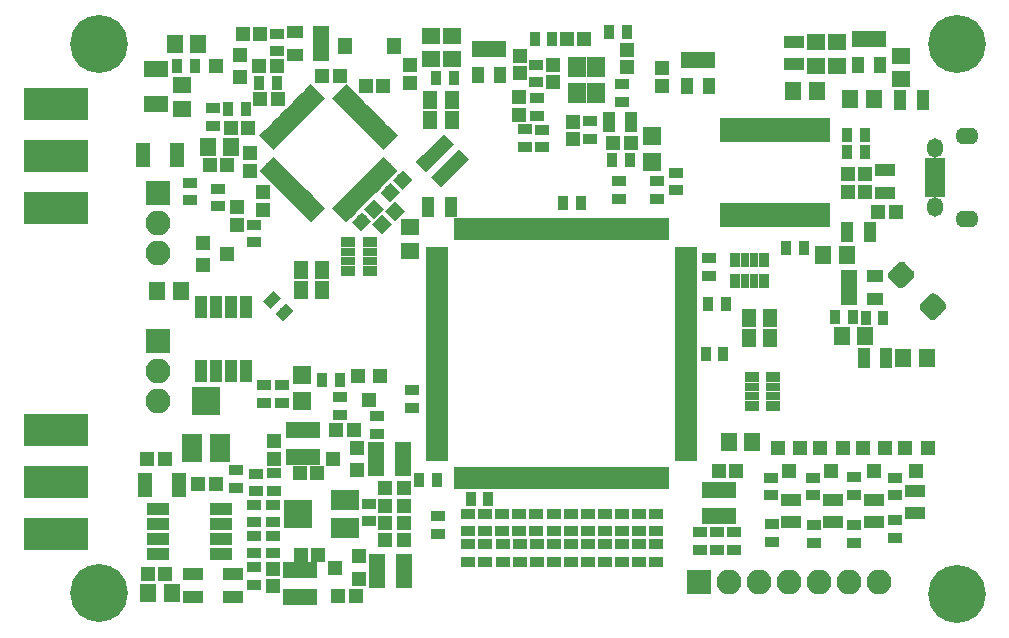
<source format=gbr>
G04 #@! TF.GenerationSoftware,KiCad,Pcbnew,(2018-01-18 revision 08b15a699)-makepkg*
G04 #@! TF.CreationDate,2018-01-23T16:45:18-05:00*
G04 #@! TF.ProjectId,osa103k,6F73613130336B2E6B696361645F7063,rev?*
G04 #@! TF.SameCoordinates,Original*
G04 #@! TF.FileFunction,Soldermask,Top*
G04 #@! TF.FilePolarity,Negative*
%FSLAX46Y46*%
G04 Gerber Fmt 4.6, Leading zero omitted, Abs format (unit mm)*
G04 Created by KiCad (PCBNEW (2018-01-18 revision 08b15a699)-makepkg) date 01/23/18 16:45:18*
%MOMM*%
%LPD*%
G01*
G04 APERTURE LIST*
%ADD10R,0.900000X1.300000*%
%ADD11C,4.900000*%
%ADD12C,0.900000*%
%ADD13C,0.100000*%
%ADD14R,1.150000X1.200000*%
%ADD15R,1.550000X1.800000*%
%ADD16R,1.850000X0.650000*%
%ADD17R,0.650000X1.850000*%
%ADD18R,1.000000X1.950000*%
%ADD19R,1.950000X1.000000*%
%ADD20R,1.400000X1.650000*%
%ADD21R,1.200000X1.300000*%
%ADD22R,1.650000X1.400000*%
%ADD23R,2.000000X1.400000*%
%ADD24R,1.200000X1.150000*%
%ADD25R,1.250000X1.400000*%
%ADD26C,1.150000*%
%ADD27R,1.300000X1.200000*%
%ADD28R,1.600000X1.600000*%
%ADD29R,5.480000X2.820000*%
%ADD30R,5.480000X2.690000*%
%ADD31R,2.100000X2.100000*%
%ADD32O,2.100000X2.100000*%
%ADD33O,1.950000X1.400000*%
%ADD34O,1.350000X1.650000*%
%ADD35R,1.750000X0.800000*%
%ADD36R,2.940000X1.421080*%
%ADD37R,1.421080X2.940000*%
%ADD38R,1.100000X1.700000*%
%ADD39R,1.700000X1.100000*%
%ADD40C,1.800000*%
%ADD41R,1.300000X2.100000*%
%ADD42R,1.300000X0.900000*%
%ADD43R,1.200000X0.900000*%
%ADD44R,1.200000X0.800000*%
%ADD45C,0.800000*%
%ADD46R,0.900000X1.200000*%
%ADD47R,0.800000X1.200000*%
%ADD48R,1.700000X2.400000*%
%ADD49R,2.400000X2.400000*%
%ADD50R,2.400000X1.700000*%
%ADD51C,0.650000*%
%ADD52R,1.460000X1.050000*%
%ADD53R,1.050000X1.460000*%
%ADD54R,0.850000X2.150000*%
G04 APERTURE END LIST*
D10*
X126850000Y-52680000D03*
X125350000Y-52680000D03*
D11*
X134590000Y-45020000D03*
X134590000Y-91570000D03*
X61990000Y-45020000D03*
D10*
X101270000Y-58500000D03*
X102770000Y-58500000D03*
D11*
X61990000Y-91520000D03*
D12*
X77680330Y-67730330D03*
D13*
G36*
X78458147Y-67588909D02*
X77538909Y-68508147D01*
X76902513Y-67871751D01*
X77821751Y-66952513D01*
X78458147Y-67588909D01*
X78458147Y-67588909D01*
G37*
D12*
X76619670Y-66669670D03*
D13*
G36*
X77397487Y-66528249D02*
X76478249Y-67447487D01*
X75841853Y-66811091D01*
X76761091Y-65891853D01*
X77397487Y-66528249D01*
X77397487Y-66528249D01*
G37*
D14*
X109650000Y-47050000D03*
X109650000Y-48550000D03*
D15*
X102475000Y-49200000D03*
X102475000Y-47000000D03*
X104075000Y-47000000D03*
X104075000Y-49200000D03*
D16*
X90600000Y-80000000D03*
X90600000Y-79500000D03*
X90600000Y-79000000D03*
X90600000Y-78500000D03*
X90600000Y-78000000D03*
X90600000Y-77500000D03*
X90600000Y-77000000D03*
X90600000Y-76500000D03*
X90600000Y-76000000D03*
X90600000Y-75500000D03*
X90600000Y-75000000D03*
X90600000Y-74500000D03*
X90600000Y-74000000D03*
X90600000Y-73500000D03*
X90600000Y-73000000D03*
X90600000Y-72500000D03*
X90600000Y-72000000D03*
X90600000Y-71500000D03*
X90600000Y-71000000D03*
X90600000Y-70500000D03*
X90600000Y-70000000D03*
X90600000Y-69500000D03*
X90600000Y-69000000D03*
X90600000Y-68500000D03*
X90600000Y-68000000D03*
X90600000Y-67500000D03*
X90600000Y-67000000D03*
X90600000Y-66500000D03*
X90600000Y-66000000D03*
X90600000Y-65500000D03*
X90600000Y-65000000D03*
X90600000Y-64500000D03*
X90600000Y-64000000D03*
X90600000Y-63500000D03*
X90600000Y-63000000D03*
X90600000Y-62500000D03*
D17*
X92400000Y-60700000D03*
X92900000Y-60700000D03*
X93400000Y-60700000D03*
X93900000Y-60700000D03*
X94400000Y-60700000D03*
X94900000Y-60700000D03*
X95400000Y-60700000D03*
X95900000Y-60700000D03*
X96400000Y-60700000D03*
X96900000Y-60700000D03*
X97400000Y-60700000D03*
X97900000Y-60700000D03*
X98400000Y-60700000D03*
X98900000Y-60700000D03*
X99400000Y-60700000D03*
X99900000Y-60700000D03*
X100400000Y-60700000D03*
X100900000Y-60700000D03*
X101400000Y-60700000D03*
X101900000Y-60700000D03*
X102400000Y-60700000D03*
X102900000Y-60700000D03*
X103400000Y-60700000D03*
X103900000Y-60700000D03*
X104400000Y-60700000D03*
X104900000Y-60700000D03*
X105400000Y-60700000D03*
X105900000Y-60700000D03*
X106400000Y-60700000D03*
X106900000Y-60700000D03*
X107400000Y-60700000D03*
X107900000Y-60700000D03*
X108400000Y-60700000D03*
X108900000Y-60700000D03*
X109400000Y-60700000D03*
X109900000Y-60700000D03*
D16*
X111700000Y-62500000D03*
X111700000Y-63000000D03*
X111700000Y-63500000D03*
X111700000Y-64000000D03*
X111700000Y-64500000D03*
X111700000Y-65000000D03*
X111700000Y-65500000D03*
X111700000Y-66000000D03*
X111700000Y-66500000D03*
X111700000Y-67000000D03*
X111700000Y-67500000D03*
X111700000Y-68000000D03*
X111700000Y-68500000D03*
X111700000Y-69000000D03*
X111700000Y-69500000D03*
X111700000Y-70000000D03*
X111700000Y-70500000D03*
X111700000Y-71000000D03*
X111700000Y-71500000D03*
X111700000Y-72000000D03*
X111700000Y-72500000D03*
X111700000Y-73000000D03*
X111700000Y-73500000D03*
X111700000Y-74000000D03*
X111700000Y-74500000D03*
X111700000Y-75000000D03*
X111700000Y-75500000D03*
X111700000Y-76000000D03*
X111700000Y-76500000D03*
X111700000Y-77000000D03*
X111700000Y-77500000D03*
X111700000Y-78000000D03*
X111700000Y-78500000D03*
X111700000Y-79000000D03*
X111700000Y-79500000D03*
X111700000Y-80000000D03*
D17*
X109900000Y-81800000D03*
X109400000Y-81800000D03*
X108900000Y-81800000D03*
X108400000Y-81800000D03*
X107900000Y-81800000D03*
X107400000Y-81800000D03*
X106900000Y-81800000D03*
X106400000Y-81800000D03*
X105900000Y-81800000D03*
X105400000Y-81800000D03*
X104900000Y-81800000D03*
X104400000Y-81800000D03*
X103900000Y-81800000D03*
X103400000Y-81800000D03*
X102900000Y-81800000D03*
X102400000Y-81800000D03*
X101900000Y-81800000D03*
X101400000Y-81800000D03*
X100900000Y-81800000D03*
X100400000Y-81800000D03*
X99900000Y-81800000D03*
X99400000Y-81800000D03*
X98900000Y-81800000D03*
X98400000Y-81800000D03*
X97900000Y-81800000D03*
X97400000Y-81800000D03*
X96900000Y-81800000D03*
X96400000Y-81800000D03*
X95900000Y-81800000D03*
X95400000Y-81800000D03*
X94900000Y-81800000D03*
X94400000Y-81800000D03*
X93900000Y-81800000D03*
X93400000Y-81800000D03*
X92900000Y-81800000D03*
X92400000Y-81800000D03*
D18*
X70645000Y-67260000D03*
X71915000Y-67260000D03*
X73185000Y-67260000D03*
X74455000Y-67260000D03*
X74455000Y-72660000D03*
X73185000Y-72660000D03*
X71915000Y-72660000D03*
X70645000Y-72660000D03*
D19*
X66950000Y-88205000D03*
X66950000Y-86935000D03*
X66950000Y-85665000D03*
X66950000Y-84395000D03*
X72350000Y-84395000D03*
X72350000Y-85665000D03*
X72350000Y-86935000D03*
X72350000Y-88205000D03*
D20*
X117300000Y-78670000D03*
X115300000Y-78670000D03*
D21*
X85800000Y-73150000D03*
X83900000Y-73150000D03*
X84850000Y-75150000D03*
D22*
X69000000Y-50500000D03*
X69000000Y-48500000D03*
D23*
X66800000Y-50100000D03*
X66800000Y-47100000D03*
D24*
X72850000Y-55300000D03*
X71350000Y-55300000D03*
D20*
X73190000Y-53720000D03*
X71190000Y-53720000D03*
D24*
X66070000Y-80110000D03*
X67570000Y-80110000D03*
D20*
X66900000Y-65950000D03*
X68900000Y-65950000D03*
D24*
X73125000Y-52100000D03*
X74625000Y-52100000D03*
X75625000Y-49675000D03*
X77125000Y-49675000D03*
X77040000Y-46900000D03*
X75540000Y-46900000D03*
X66100000Y-89850000D03*
X67600000Y-89850000D03*
X71870000Y-82296000D03*
X70370000Y-82296000D03*
D14*
X88325000Y-48325000D03*
X88325000Y-46825000D03*
X73650000Y-60330000D03*
X73650000Y-58830000D03*
D25*
X82815000Y-45190000D03*
X86965000Y-45190000D03*
D24*
X82050000Y-77700000D03*
X83550000Y-77700000D03*
X83740000Y-91740000D03*
X82240000Y-91740000D03*
X80470000Y-81370000D03*
X78970000Y-81370000D03*
X79070000Y-88270000D03*
X80570000Y-88270000D03*
D22*
X88300000Y-62500000D03*
X88300000Y-60500000D03*
D26*
X85969670Y-60230330D03*
D13*
G36*
X85987348Y-59399480D02*
X86800520Y-60212652D01*
X85951992Y-61061180D01*
X85138820Y-60248008D01*
X85987348Y-59399480D01*
X85987348Y-59399480D01*
G37*
D26*
X87030330Y-59169670D03*
D13*
G36*
X87048008Y-58338820D02*
X87861180Y-59151992D01*
X87012652Y-60000520D01*
X86199480Y-59187348D01*
X87048008Y-58338820D01*
X87048008Y-58338820D01*
G37*
D24*
X84560000Y-48590000D03*
X86060000Y-48590000D03*
D14*
X76800000Y-80125000D03*
X76800000Y-78625000D03*
X76740000Y-89430000D03*
X76740000Y-90930000D03*
D24*
X82350000Y-47700000D03*
X80850000Y-47700000D03*
D26*
X84219670Y-60030330D03*
D13*
G36*
X84201992Y-60861180D02*
X83388820Y-60048008D01*
X84237348Y-59199480D01*
X85050520Y-60012652D01*
X84201992Y-60861180D01*
X84201992Y-60861180D01*
G37*
D26*
X85280330Y-58969670D03*
D13*
G36*
X85262652Y-59800520D02*
X84449480Y-58987348D01*
X85298008Y-58138820D01*
X86111180Y-58951992D01*
X85262652Y-59800520D01*
X85262652Y-59800520D01*
G37*
D14*
X74800000Y-55750000D03*
X74800000Y-54250000D03*
D26*
X86619670Y-57580330D03*
D13*
G36*
X86601992Y-58411180D02*
X85788820Y-57598008D01*
X86637348Y-56749480D01*
X87450520Y-57562652D01*
X86601992Y-58411180D01*
X86601992Y-58411180D01*
G37*
D26*
X87680330Y-56519670D03*
D13*
G36*
X87662652Y-57350520D02*
X86849480Y-56537348D01*
X87698008Y-55688820D01*
X88511180Y-56501992D01*
X87662652Y-57350520D01*
X87662652Y-57350520D01*
G37*
D20*
X68400000Y-45000000D03*
X70400000Y-45000000D03*
D14*
X86200000Y-84120000D03*
X86200000Y-82620000D03*
X86210000Y-85550000D03*
X86210000Y-87050000D03*
X75900000Y-59050000D03*
X75900000Y-57550000D03*
X87840000Y-84140000D03*
X87840000Y-82640000D03*
X87840000Y-87050000D03*
X87840000Y-85550000D03*
D22*
X91875000Y-44325000D03*
X91875000Y-46325000D03*
X90075000Y-44325000D03*
X90075000Y-46325000D03*
D14*
X102110000Y-53100000D03*
X102110000Y-51600000D03*
X97610000Y-45990000D03*
X97610000Y-47490000D03*
X100390000Y-46760000D03*
X100390000Y-48260000D03*
D24*
X103080000Y-44550000D03*
X101580000Y-44550000D03*
D14*
X97510000Y-49540000D03*
X97510000Y-51040000D03*
D24*
X107000000Y-53400000D03*
X105500000Y-53400000D03*
D20*
X130100000Y-71570000D03*
X132100000Y-71570000D03*
X127590000Y-49650000D03*
X125590000Y-49650000D03*
D22*
X129930000Y-46000000D03*
X129930000Y-48000000D03*
X122680000Y-44840000D03*
X122680000Y-46840000D03*
D20*
X124870000Y-69770000D03*
X126870000Y-69770000D03*
D22*
X124490000Y-44840000D03*
X124490000Y-46840000D03*
D24*
X114450000Y-81150000D03*
X115950000Y-81150000D03*
D20*
X122760000Y-49010000D03*
X120760000Y-49010000D03*
X125320000Y-62910000D03*
X123320000Y-62910000D03*
D14*
X106670000Y-47000000D03*
X106670000Y-45500000D03*
D20*
X68175000Y-91525000D03*
X66175000Y-91525000D03*
D14*
X125425000Y-56025000D03*
X125425000Y-57525000D03*
X126800000Y-56025000D03*
X126800000Y-57525000D03*
D24*
X129480000Y-59220000D03*
X127980000Y-59220000D03*
D27*
X71900000Y-46900000D03*
X73900000Y-45950000D03*
X73900000Y-47850000D03*
X72800000Y-62800000D03*
X70800000Y-63750000D03*
X70800000Y-61850000D03*
D28*
X108790000Y-54970000D03*
X108790000Y-52770000D03*
X79190000Y-73060000D03*
X79190000Y-75260000D03*
D21*
X131200000Y-81200000D03*
X130250000Y-79200000D03*
X132150000Y-79200000D03*
X128550000Y-79200000D03*
X126650000Y-79200000D03*
X127600000Y-81200000D03*
X124000000Y-81200000D03*
X123050000Y-79200000D03*
X124950000Y-79200000D03*
X120400000Y-81200000D03*
X119450000Y-79200000D03*
X121350000Y-79200000D03*
D29*
X58380000Y-58880000D03*
X58380000Y-50120000D03*
D30*
X58380000Y-54500000D03*
X58380000Y-82100000D03*
D29*
X58380000Y-77720000D03*
X58380000Y-86480000D03*
D31*
X67000000Y-57600000D03*
D32*
X67000000Y-60140000D03*
X67000000Y-62680000D03*
X67000000Y-75280000D03*
X67000000Y-72740000D03*
D31*
X67000000Y-70200000D03*
D32*
X128040000Y-90600000D03*
X125500000Y-90600000D03*
X122960000Y-90600000D03*
X120420000Y-90600000D03*
X117880000Y-90600000D03*
X115340000Y-90600000D03*
D31*
X112800000Y-90600000D03*
D33*
X135490000Y-52820000D03*
X135490000Y-59820000D03*
D34*
X132790000Y-53820000D03*
X132790000Y-58820000D03*
D35*
X132790000Y-55020000D03*
X132790000Y-55670000D03*
X132790000Y-56320000D03*
X132790000Y-56970000D03*
X132790000Y-57620000D03*
D36*
X79300000Y-79945540D03*
X79300000Y-77654460D03*
X79010000Y-89564460D03*
X79010000Y-91855540D03*
D37*
X87745540Y-80150000D03*
X85454460Y-80150000D03*
X85554460Y-89600000D03*
X87845540Y-89600000D03*
D38*
X91750000Y-58800000D03*
X89850000Y-58800000D03*
X105150000Y-51600000D03*
X107050000Y-51600000D03*
D39*
X73350000Y-91800000D03*
X73350000Y-89900000D03*
D38*
X129830000Y-49720000D03*
X131730000Y-49720000D03*
X128640000Y-71590000D03*
X126740000Y-71590000D03*
D13*
G36*
X132672966Y-66123919D02*
X132716649Y-66130399D01*
X132759486Y-66141129D01*
X132801066Y-66156006D01*
X132840987Y-66174887D01*
X132878865Y-66197591D01*
X132914335Y-66223897D01*
X132947056Y-66253554D01*
X133583452Y-66889950D01*
X133613109Y-66922671D01*
X133639415Y-66958141D01*
X133662119Y-66996019D01*
X133681000Y-67035940D01*
X133695877Y-67077520D01*
X133706607Y-67120357D01*
X133713087Y-67164040D01*
X133715254Y-67208148D01*
X133713087Y-67252256D01*
X133706607Y-67295939D01*
X133695877Y-67338776D01*
X133681000Y-67380356D01*
X133662119Y-67420277D01*
X133639415Y-67458155D01*
X133613109Y-67493625D01*
X133583452Y-67526346D01*
X132876346Y-68233452D01*
X132843625Y-68263109D01*
X132808155Y-68289415D01*
X132770277Y-68312119D01*
X132730356Y-68331000D01*
X132688776Y-68345877D01*
X132645939Y-68356607D01*
X132602256Y-68363087D01*
X132558148Y-68365254D01*
X132514040Y-68363087D01*
X132470357Y-68356607D01*
X132427520Y-68345877D01*
X132385940Y-68331000D01*
X132346019Y-68312119D01*
X132308141Y-68289415D01*
X132272671Y-68263109D01*
X132239950Y-68233452D01*
X131603554Y-67597056D01*
X131573897Y-67564335D01*
X131547591Y-67528865D01*
X131524887Y-67490987D01*
X131506006Y-67451066D01*
X131491129Y-67409486D01*
X131480399Y-67366649D01*
X131473919Y-67322966D01*
X131471752Y-67278858D01*
X131473919Y-67234750D01*
X131480399Y-67191067D01*
X131491129Y-67148230D01*
X131506006Y-67106650D01*
X131524887Y-67066729D01*
X131547591Y-67028851D01*
X131573897Y-66993381D01*
X131603554Y-66960660D01*
X132310660Y-66253554D01*
X132343381Y-66223897D01*
X132378851Y-66197591D01*
X132416729Y-66174887D01*
X132456650Y-66156006D01*
X132498230Y-66141129D01*
X132541067Y-66130399D01*
X132584750Y-66123919D01*
X132628858Y-66121752D01*
X132672966Y-66123919D01*
X132672966Y-66123919D01*
G37*
D40*
X132593503Y-67243503D03*
D13*
G36*
X129985960Y-63436913D02*
X130029643Y-63443393D01*
X130072480Y-63454123D01*
X130114060Y-63469000D01*
X130153981Y-63487881D01*
X130191859Y-63510585D01*
X130227329Y-63536891D01*
X130260050Y-63566548D01*
X130896446Y-64202944D01*
X130926103Y-64235665D01*
X130952409Y-64271135D01*
X130975113Y-64309013D01*
X130993994Y-64348934D01*
X131008871Y-64390514D01*
X131019601Y-64433351D01*
X131026081Y-64477034D01*
X131028248Y-64521142D01*
X131026081Y-64565250D01*
X131019601Y-64608933D01*
X131008871Y-64651770D01*
X130993994Y-64693350D01*
X130975113Y-64733271D01*
X130952409Y-64771149D01*
X130926103Y-64806619D01*
X130896446Y-64839340D01*
X130189340Y-65546446D01*
X130156619Y-65576103D01*
X130121149Y-65602409D01*
X130083271Y-65625113D01*
X130043350Y-65643994D01*
X130001770Y-65658871D01*
X129958933Y-65669601D01*
X129915250Y-65676081D01*
X129871142Y-65678248D01*
X129827034Y-65676081D01*
X129783351Y-65669601D01*
X129740514Y-65658871D01*
X129698934Y-65643994D01*
X129659013Y-65625113D01*
X129621135Y-65602409D01*
X129585665Y-65576103D01*
X129552944Y-65546446D01*
X128916548Y-64910050D01*
X128886891Y-64877329D01*
X128860585Y-64841859D01*
X128837881Y-64803981D01*
X128819000Y-64764060D01*
X128804123Y-64722480D01*
X128793393Y-64679643D01*
X128786913Y-64635960D01*
X128784746Y-64591852D01*
X128786913Y-64547744D01*
X128793393Y-64504061D01*
X128804123Y-64461224D01*
X128819000Y-64419644D01*
X128837881Y-64379723D01*
X128860585Y-64341845D01*
X128886891Y-64306375D01*
X128916548Y-64273654D01*
X129623654Y-63566548D01*
X129656375Y-63536891D01*
X129691845Y-63510585D01*
X129729723Y-63487881D01*
X129769644Y-63469000D01*
X129811224Y-63454123D01*
X129854061Y-63443393D01*
X129897744Y-63436913D01*
X129941852Y-63434746D01*
X129985960Y-63436913D01*
X129985960Y-63436913D01*
G37*
D40*
X129906497Y-64556497D03*
D39*
X120870000Y-46750000D03*
X120870000Y-44850000D03*
D38*
X125330000Y-60960000D03*
X127230000Y-60960000D03*
D39*
X69950000Y-91825000D03*
X69950000Y-89925000D03*
X128500000Y-55690000D03*
X128500000Y-57590000D03*
D27*
X83820000Y-81080000D03*
X83820000Y-79180000D03*
X81820000Y-80130000D03*
X84010000Y-90290000D03*
X84010000Y-88390000D03*
X82010000Y-89340000D03*
D41*
X65700000Y-54400000D03*
X68600000Y-54400000D03*
D42*
X69700000Y-58250000D03*
X69700000Y-56750000D03*
D10*
X70100000Y-46900000D03*
X68600000Y-46900000D03*
D41*
X65850000Y-82350000D03*
X68750000Y-82350000D03*
D42*
X71675000Y-51950000D03*
X71675000Y-50450000D03*
D10*
X74425000Y-50500000D03*
X72925000Y-50500000D03*
D42*
X72100000Y-57250000D03*
X72100000Y-58750000D03*
D10*
X75525000Y-48300000D03*
X77025000Y-48300000D03*
D42*
X75150000Y-85525000D03*
X75150000Y-84025000D03*
X75150000Y-89300000D03*
X75150000Y-90800000D03*
D10*
X90550000Y-47875000D03*
X92050000Y-47875000D03*
D42*
X75100000Y-60300000D03*
X75100000Y-61800000D03*
X73590000Y-82590000D03*
X73590000Y-81090000D03*
X75250000Y-81380000D03*
X75250000Y-82880000D03*
X76760000Y-85510000D03*
X76760000Y-84010000D03*
X75150000Y-86650000D03*
X75150000Y-88150000D03*
X84810000Y-83940000D03*
X84810000Y-85440000D03*
X82350000Y-74900000D03*
X82350000Y-76400000D03*
X85550000Y-78000000D03*
X85550000Y-76500000D03*
X75950000Y-73900000D03*
X75950000Y-75400000D03*
X76775000Y-82875000D03*
X76775000Y-81375000D03*
X76760000Y-88140000D03*
X76760000Y-86640000D03*
X77020000Y-44140000D03*
X77020000Y-45640000D03*
D24*
X74150000Y-44200000D03*
X75650000Y-44200000D03*
D10*
X94950000Y-83530000D03*
X93450000Y-83530000D03*
D42*
X90720000Y-84980000D03*
X90720000Y-86480000D03*
D10*
X89070000Y-81970000D03*
X90570000Y-81970000D03*
D42*
X109175000Y-87375000D03*
X109175000Y-88875000D03*
X107725000Y-88875000D03*
X107725000Y-87375000D03*
X106300000Y-87375000D03*
X106300000Y-88875000D03*
X104850000Y-87375000D03*
X104850000Y-88875000D03*
X103400000Y-88875000D03*
X103400000Y-87375000D03*
X101950000Y-87375000D03*
X101950000Y-88875000D03*
X100500000Y-88875000D03*
X100500000Y-87375000D03*
X99050000Y-87375000D03*
X99050000Y-88875000D03*
X97600000Y-88875000D03*
X97600000Y-87375000D03*
X96150000Y-87375000D03*
X96150000Y-88875000D03*
X94700000Y-88875000D03*
X94700000Y-87375000D03*
X93250000Y-88875000D03*
X93250000Y-87375000D03*
X106030000Y-56620000D03*
X106030000Y-58120000D03*
X109175000Y-84775000D03*
X109175000Y-86275000D03*
X107725000Y-86275000D03*
X107725000Y-84775000D03*
X106275000Y-86275000D03*
X106275000Y-84775000D03*
X104825000Y-86275000D03*
X104825000Y-84775000D03*
X103375000Y-84775000D03*
X103375000Y-86275000D03*
X101925000Y-84775000D03*
X101925000Y-86275000D03*
X100475000Y-84775000D03*
X100475000Y-86275000D03*
X99025000Y-84775000D03*
X99025000Y-86275000D03*
X97575000Y-86275000D03*
X97575000Y-84775000D03*
X96125000Y-86275000D03*
X96125000Y-84775000D03*
X94675000Y-86275000D03*
X94675000Y-84775000D03*
X93250000Y-84775000D03*
X93250000Y-86275000D03*
X103540000Y-53050000D03*
X103540000Y-51550000D03*
D10*
X82350000Y-73450000D03*
X80850000Y-73450000D03*
X106650000Y-44040000D03*
X105150000Y-44040000D03*
D42*
X88500000Y-75850000D03*
X88500000Y-74350000D03*
D10*
X100360000Y-44580000D03*
X98860000Y-44580000D03*
D42*
X99010000Y-48260000D03*
X99010000Y-46760000D03*
X99030000Y-49580000D03*
X99030000Y-51080000D03*
X99490000Y-53770000D03*
X99490000Y-52270000D03*
X98020000Y-53750000D03*
X98020000Y-52250000D03*
X109210000Y-58120000D03*
X109210000Y-56620000D03*
X106230000Y-49920000D03*
X106230000Y-48420000D03*
D10*
X106950000Y-54800000D03*
X105450000Y-54800000D03*
D42*
X110830000Y-55900000D03*
X110830000Y-57400000D03*
X77500000Y-75400000D03*
X77500000Y-73900000D03*
X113660000Y-63150000D03*
X113660000Y-64650000D03*
D10*
X128400000Y-68180000D03*
X126900000Y-68180000D03*
X124320000Y-68140000D03*
X125820000Y-68140000D03*
D42*
X115775000Y-86325000D03*
X115775000Y-87825000D03*
X112875000Y-86325000D03*
X112875000Y-87825000D03*
X114325000Y-87825000D03*
X114325000Y-86325000D03*
D10*
X121670000Y-62260000D03*
X120170000Y-62260000D03*
X113575000Y-67025000D03*
X115075000Y-67025000D03*
X113340000Y-71260000D03*
X114840000Y-71260000D03*
X125350000Y-54160000D03*
X126850000Y-54160000D03*
D42*
X129420000Y-81730000D03*
X129420000Y-83230000D03*
X125920000Y-81700000D03*
X125920000Y-83200000D03*
X122450000Y-81725000D03*
X122450000Y-83225000D03*
X118900000Y-81725000D03*
X118900000Y-83225000D03*
D39*
X131110000Y-84750000D03*
X131110000Y-82850000D03*
X127600000Y-83610000D03*
X127600000Y-85510000D03*
X124140000Y-85520000D03*
X124140000Y-83620000D03*
X120600000Y-83600000D03*
X120600000Y-85500000D03*
D42*
X129410000Y-86830000D03*
X129410000Y-85330000D03*
X125950000Y-87260000D03*
X125950000Y-85760000D03*
X122490000Y-85780000D03*
X122490000Y-87280000D03*
X118925000Y-87175000D03*
X118925000Y-85675000D03*
D43*
X91850000Y-51800000D03*
D44*
X91850000Y-51000000D03*
D43*
X91850000Y-49400000D03*
D44*
X91850000Y-50200000D03*
D43*
X90050000Y-51800000D03*
D44*
X90050000Y-50200000D03*
X90050000Y-51000000D03*
D43*
X90050000Y-49400000D03*
X79050000Y-63800000D03*
D44*
X79050000Y-65400000D03*
X79050000Y-64600000D03*
D43*
X79050000Y-66200000D03*
D44*
X80850000Y-64600000D03*
D43*
X80850000Y-63800000D03*
D44*
X80850000Y-65400000D03*
D43*
X80850000Y-66200000D03*
D12*
X90837868Y-56384924D03*
D13*
G36*
X90095406Y-56278858D02*
X90731802Y-55642462D01*
X91580330Y-56490990D01*
X90943934Y-57127386D01*
X90095406Y-56278858D01*
X90095406Y-56278858D01*
G37*
D45*
X91403553Y-55819239D03*
D13*
G36*
X90696446Y-55677818D02*
X91262132Y-55112132D01*
X92110660Y-55960660D01*
X91544974Y-56526346D01*
X90696446Y-55677818D01*
X90696446Y-55677818D01*
G37*
D12*
X92534924Y-54687868D03*
D13*
G36*
X91792462Y-54581802D02*
X92428858Y-53945406D01*
X93277386Y-54793934D01*
X92640990Y-55430330D01*
X91792462Y-54581802D01*
X91792462Y-54581802D01*
G37*
D45*
X91969239Y-55253553D03*
D13*
G36*
X91262132Y-55112132D02*
X91827818Y-54546446D01*
X92676346Y-55394974D01*
X92110660Y-55960660D01*
X91262132Y-55112132D01*
X91262132Y-55112132D01*
G37*
D12*
X89565076Y-55112132D03*
D13*
G36*
X88822614Y-55006066D02*
X89459010Y-54369670D01*
X90307538Y-55218198D01*
X89671142Y-55854594D01*
X88822614Y-55006066D01*
X88822614Y-55006066D01*
G37*
D45*
X90696447Y-53980761D03*
D13*
G36*
X89989340Y-53839340D02*
X90555026Y-53273654D01*
X91403554Y-54122182D01*
X90837868Y-54687868D01*
X89989340Y-53839340D01*
X89989340Y-53839340D01*
G37*
D45*
X90130761Y-54546447D03*
D13*
G36*
X89423654Y-54405026D02*
X89989340Y-53839340D01*
X90837868Y-54687868D01*
X90272182Y-55253554D01*
X89423654Y-54405026D01*
X89423654Y-54405026D01*
G37*
D12*
X91262132Y-53415076D03*
D13*
G36*
X90519670Y-53309010D02*
X91156066Y-52672614D01*
X92004594Y-53521142D01*
X91368198Y-54157538D01*
X90519670Y-53309010D01*
X90519670Y-53309010D01*
G37*
D43*
X84900000Y-64200000D03*
D44*
X84900000Y-63400000D03*
D43*
X84900000Y-61800000D03*
D44*
X84900000Y-62600000D03*
D43*
X83100000Y-64200000D03*
D44*
X83100000Y-62600000D03*
X83100000Y-63400000D03*
D43*
X83100000Y-61800000D03*
D46*
X115875000Y-65100000D03*
D47*
X116675000Y-65100000D03*
D46*
X118275000Y-65100000D03*
D47*
X117475000Y-65100000D03*
D46*
X115875000Y-63300000D03*
D47*
X117475000Y-63300000D03*
X116675000Y-63300000D03*
D46*
X118275000Y-63300000D03*
D43*
X118800000Y-70250000D03*
D44*
X118800000Y-68650000D03*
X118800000Y-69450000D03*
D43*
X118800000Y-67850000D03*
D44*
X117000000Y-69450000D03*
D43*
X117000000Y-70250000D03*
D44*
X117000000Y-68650000D03*
D43*
X117000000Y-67850000D03*
X119050000Y-75625000D03*
D44*
X119050000Y-74025000D03*
X119050000Y-74825000D03*
D43*
X119050000Y-73225000D03*
D44*
X117250000Y-74825000D03*
D43*
X117250000Y-75625000D03*
D44*
X117250000Y-74025000D03*
D43*
X117250000Y-73225000D03*
D48*
X69890000Y-79250000D03*
D49*
X71040000Y-75250000D03*
D48*
X72190000Y-79250000D03*
D50*
X82810000Y-83660000D03*
D49*
X78810000Y-84810000D03*
D50*
X82810000Y-85960000D03*
D51*
X82556371Y-49229542D03*
D13*
G36*
X82185140Y-50060392D02*
X81725521Y-49600773D01*
X82927602Y-48398692D01*
X83387221Y-48858311D01*
X82185140Y-50060392D01*
X82185140Y-50060392D01*
G37*
D51*
X82909924Y-49583095D03*
D13*
G36*
X82538693Y-50413945D02*
X82079074Y-49954326D01*
X83281155Y-48752245D01*
X83740774Y-49211864D01*
X82538693Y-50413945D01*
X82538693Y-50413945D01*
G37*
D51*
X83263478Y-49936649D03*
D13*
G36*
X82892247Y-50767499D02*
X82432628Y-50307880D01*
X83634709Y-49105799D01*
X84094328Y-49565418D01*
X82892247Y-50767499D01*
X82892247Y-50767499D01*
G37*
D51*
X83617031Y-50290202D03*
D13*
G36*
X83245800Y-51121052D02*
X82786181Y-50661433D01*
X83988262Y-49459352D01*
X84447881Y-49918971D01*
X83245800Y-51121052D01*
X83245800Y-51121052D01*
G37*
D51*
X83970584Y-50643755D03*
D13*
G36*
X83599353Y-51474605D02*
X83139734Y-51014986D01*
X84341815Y-49812905D01*
X84801434Y-50272524D01*
X83599353Y-51474605D01*
X83599353Y-51474605D01*
G37*
D51*
X84324138Y-50997309D03*
D13*
G36*
X83952907Y-51828159D02*
X83493288Y-51368540D01*
X84695369Y-50166459D01*
X85154988Y-50626078D01*
X83952907Y-51828159D01*
X83952907Y-51828159D01*
G37*
D51*
X84677691Y-51350862D03*
D13*
G36*
X84306460Y-52181712D02*
X83846841Y-51722093D01*
X85048922Y-50520012D01*
X85508541Y-50979631D01*
X84306460Y-52181712D01*
X84306460Y-52181712D01*
G37*
D51*
X85031245Y-51704416D03*
D13*
G36*
X84660014Y-52535266D02*
X84200395Y-52075647D01*
X85402476Y-50873566D01*
X85862095Y-51333185D01*
X84660014Y-52535266D01*
X84660014Y-52535266D01*
G37*
D51*
X85384798Y-52057969D03*
D13*
G36*
X85013567Y-52888819D02*
X84553948Y-52429200D01*
X85756029Y-51227119D01*
X86215648Y-51686738D01*
X85013567Y-52888819D01*
X85013567Y-52888819D01*
G37*
D51*
X85738351Y-52411522D03*
D13*
G36*
X85367120Y-53242372D02*
X84907501Y-52782753D01*
X86109582Y-51580672D01*
X86569201Y-52040291D01*
X85367120Y-53242372D01*
X85367120Y-53242372D01*
G37*
D51*
X86091905Y-52765076D03*
D13*
G36*
X85720674Y-53595926D02*
X85261055Y-53136307D01*
X86463136Y-51934226D01*
X86922755Y-52393845D01*
X85720674Y-53595926D01*
X85720674Y-53595926D01*
G37*
D51*
X86445458Y-53118629D03*
D13*
G36*
X86074227Y-53949479D02*
X85614608Y-53489860D01*
X86816689Y-52287779D01*
X87276308Y-52747398D01*
X86074227Y-53949479D01*
X86074227Y-53949479D01*
G37*
D51*
X86445458Y-55381371D03*
D13*
G36*
X85614608Y-55010140D02*
X86074227Y-54550521D01*
X87276308Y-55752602D01*
X86816689Y-56212221D01*
X85614608Y-55010140D01*
X85614608Y-55010140D01*
G37*
D51*
X86091905Y-55734924D03*
D13*
G36*
X85261055Y-55363693D02*
X85720674Y-54904074D01*
X86922755Y-56106155D01*
X86463136Y-56565774D01*
X85261055Y-55363693D01*
X85261055Y-55363693D01*
G37*
D51*
X85738351Y-56088478D03*
D13*
G36*
X84907501Y-55717247D02*
X85367120Y-55257628D01*
X86569201Y-56459709D01*
X86109582Y-56919328D01*
X84907501Y-55717247D01*
X84907501Y-55717247D01*
G37*
D51*
X85384798Y-56442031D03*
D13*
G36*
X84553948Y-56070800D02*
X85013567Y-55611181D01*
X86215648Y-56813262D01*
X85756029Y-57272881D01*
X84553948Y-56070800D01*
X84553948Y-56070800D01*
G37*
D51*
X85031245Y-56795584D03*
D13*
G36*
X84200395Y-56424353D02*
X84660014Y-55964734D01*
X85862095Y-57166815D01*
X85402476Y-57626434D01*
X84200395Y-56424353D01*
X84200395Y-56424353D01*
G37*
D51*
X84677691Y-57149138D03*
D13*
G36*
X83846841Y-56777907D02*
X84306460Y-56318288D01*
X85508541Y-57520369D01*
X85048922Y-57979988D01*
X83846841Y-56777907D01*
X83846841Y-56777907D01*
G37*
D51*
X84324138Y-57502691D03*
D13*
G36*
X83493288Y-57131460D02*
X83952907Y-56671841D01*
X85154988Y-57873922D01*
X84695369Y-58333541D01*
X83493288Y-57131460D01*
X83493288Y-57131460D01*
G37*
D51*
X83970584Y-57856245D03*
D13*
G36*
X83139734Y-57485014D02*
X83599353Y-57025395D01*
X84801434Y-58227476D01*
X84341815Y-58687095D01*
X83139734Y-57485014D01*
X83139734Y-57485014D01*
G37*
D51*
X83617031Y-58209798D03*
D13*
G36*
X82786181Y-57838567D02*
X83245800Y-57378948D01*
X84447881Y-58581029D01*
X83988262Y-59040648D01*
X82786181Y-57838567D01*
X82786181Y-57838567D01*
G37*
D51*
X83263478Y-58563351D03*
D13*
G36*
X82432628Y-58192120D02*
X82892247Y-57732501D01*
X84094328Y-58934582D01*
X83634709Y-59394201D01*
X82432628Y-58192120D01*
X82432628Y-58192120D01*
G37*
D51*
X82909924Y-58916905D03*
D13*
G36*
X82079074Y-58545674D02*
X82538693Y-58086055D01*
X83740774Y-59288136D01*
X83281155Y-59747755D01*
X82079074Y-58545674D01*
X82079074Y-58545674D01*
G37*
D51*
X82556371Y-59270458D03*
D13*
G36*
X81725521Y-58899227D02*
X82185140Y-58439608D01*
X83387221Y-59641689D01*
X82927602Y-60101308D01*
X81725521Y-58899227D01*
X81725521Y-58899227D01*
G37*
D51*
X80293629Y-59270458D03*
D13*
G36*
X79922398Y-60101308D02*
X79462779Y-59641689D01*
X80664860Y-58439608D01*
X81124479Y-58899227D01*
X79922398Y-60101308D01*
X79922398Y-60101308D01*
G37*
D51*
X79940076Y-58916905D03*
D13*
G36*
X79568845Y-59747755D02*
X79109226Y-59288136D01*
X80311307Y-58086055D01*
X80770926Y-58545674D01*
X79568845Y-59747755D01*
X79568845Y-59747755D01*
G37*
D51*
X79586522Y-58563351D03*
D13*
G36*
X79215291Y-59394201D02*
X78755672Y-58934582D01*
X79957753Y-57732501D01*
X80417372Y-58192120D01*
X79215291Y-59394201D01*
X79215291Y-59394201D01*
G37*
D51*
X79232969Y-58209798D03*
D13*
G36*
X78861738Y-59040648D02*
X78402119Y-58581029D01*
X79604200Y-57378948D01*
X80063819Y-57838567D01*
X78861738Y-59040648D01*
X78861738Y-59040648D01*
G37*
D51*
X78879416Y-57856245D03*
D13*
G36*
X78508185Y-58687095D02*
X78048566Y-58227476D01*
X79250647Y-57025395D01*
X79710266Y-57485014D01*
X78508185Y-58687095D01*
X78508185Y-58687095D01*
G37*
D51*
X78525862Y-57502691D03*
D13*
G36*
X78154631Y-58333541D02*
X77695012Y-57873922D01*
X78897093Y-56671841D01*
X79356712Y-57131460D01*
X78154631Y-58333541D01*
X78154631Y-58333541D01*
G37*
D51*
X78172309Y-57149138D03*
D13*
G36*
X77801078Y-57979988D02*
X77341459Y-57520369D01*
X78543540Y-56318288D01*
X79003159Y-56777907D01*
X77801078Y-57979988D01*
X77801078Y-57979988D01*
G37*
D51*
X77818755Y-56795584D03*
D13*
G36*
X77447524Y-57626434D02*
X76987905Y-57166815D01*
X78189986Y-55964734D01*
X78649605Y-56424353D01*
X77447524Y-57626434D01*
X77447524Y-57626434D01*
G37*
D51*
X77465202Y-56442031D03*
D13*
G36*
X77093971Y-57272881D02*
X76634352Y-56813262D01*
X77836433Y-55611181D01*
X78296052Y-56070800D01*
X77093971Y-57272881D01*
X77093971Y-57272881D01*
G37*
D51*
X77111649Y-56088478D03*
D13*
G36*
X76740418Y-56919328D02*
X76280799Y-56459709D01*
X77482880Y-55257628D01*
X77942499Y-55717247D01*
X76740418Y-56919328D01*
X76740418Y-56919328D01*
G37*
D51*
X76758095Y-55734924D03*
D13*
G36*
X76386864Y-56565774D02*
X75927245Y-56106155D01*
X77129326Y-54904074D01*
X77588945Y-55363693D01*
X76386864Y-56565774D01*
X76386864Y-56565774D01*
G37*
D51*
X76404542Y-55381371D03*
D13*
G36*
X76033311Y-56212221D02*
X75573692Y-55752602D01*
X76775773Y-54550521D01*
X77235392Y-55010140D01*
X76033311Y-56212221D01*
X76033311Y-56212221D01*
G37*
D51*
X76404542Y-53118629D03*
D13*
G36*
X75573692Y-52747398D02*
X76033311Y-52287779D01*
X77235392Y-53489860D01*
X76775773Y-53949479D01*
X75573692Y-52747398D01*
X75573692Y-52747398D01*
G37*
D51*
X76758095Y-52765076D03*
D13*
G36*
X75927245Y-52393845D02*
X76386864Y-51934226D01*
X77588945Y-53136307D01*
X77129326Y-53595926D01*
X75927245Y-52393845D01*
X75927245Y-52393845D01*
G37*
D51*
X77111649Y-52411522D03*
D13*
G36*
X76280799Y-52040291D02*
X76740418Y-51580672D01*
X77942499Y-52782753D01*
X77482880Y-53242372D01*
X76280799Y-52040291D01*
X76280799Y-52040291D01*
G37*
D51*
X77465202Y-52057969D03*
D13*
G36*
X76634352Y-51686738D02*
X77093971Y-51227119D01*
X78296052Y-52429200D01*
X77836433Y-52888819D01*
X76634352Y-51686738D01*
X76634352Y-51686738D01*
G37*
D51*
X77818755Y-51704416D03*
D13*
G36*
X76987905Y-51333185D02*
X77447524Y-50873566D01*
X78649605Y-52075647D01*
X78189986Y-52535266D01*
X76987905Y-51333185D01*
X76987905Y-51333185D01*
G37*
D51*
X78172309Y-51350862D03*
D13*
G36*
X77341459Y-50979631D02*
X77801078Y-50520012D01*
X79003159Y-51722093D01*
X78543540Y-52181712D01*
X77341459Y-50979631D01*
X77341459Y-50979631D01*
G37*
D51*
X78525862Y-50997309D03*
D13*
G36*
X77695012Y-50626078D02*
X78154631Y-50166459D01*
X79356712Y-51368540D01*
X78897093Y-51828159D01*
X77695012Y-50626078D01*
X77695012Y-50626078D01*
G37*
D51*
X78879416Y-50643755D03*
D13*
G36*
X78048566Y-50272524D02*
X78508185Y-49812905D01*
X79710266Y-51014986D01*
X79250647Y-51474605D01*
X78048566Y-50272524D01*
X78048566Y-50272524D01*
G37*
D51*
X79232969Y-50290202D03*
D13*
G36*
X78402119Y-49918971D02*
X78861738Y-49459352D01*
X80063819Y-50661433D01*
X79604200Y-51121052D01*
X78402119Y-49918971D01*
X78402119Y-49918971D01*
G37*
D51*
X79586522Y-49936649D03*
D13*
G36*
X78755672Y-49565418D02*
X79215291Y-49105799D01*
X80417372Y-50307880D01*
X79957753Y-50767499D01*
X78755672Y-49565418D01*
X78755672Y-49565418D01*
G37*
D51*
X79940076Y-49583095D03*
D13*
G36*
X79109226Y-49211864D02*
X79568845Y-48752245D01*
X80770926Y-49954326D01*
X80311307Y-50413945D01*
X79109226Y-49211864D01*
X79109226Y-49211864D01*
G37*
D51*
X80293629Y-49229542D03*
D13*
G36*
X79462779Y-48858311D02*
X79922398Y-48398692D01*
X81124479Y-49600773D01*
X80664860Y-50060392D01*
X79462779Y-48858311D01*
X79462779Y-48858311D01*
G37*
D52*
X80790000Y-45920000D03*
X80790000Y-44970000D03*
X80790000Y-44020000D03*
X78590000Y-44020000D03*
X78590000Y-45920000D03*
D53*
X95950000Y-47600000D03*
X94050000Y-47600000D03*
X94050000Y-45400000D03*
X95000000Y-45400000D03*
X95950000Y-45400000D03*
X114500000Y-84950000D03*
X115450000Y-84950000D03*
X113550000Y-84950000D03*
X113550000Y-82750000D03*
X114500000Y-82750000D03*
X115450000Y-82750000D03*
X128150000Y-46800000D03*
X126250000Y-46800000D03*
X126250000Y-44600000D03*
X127200000Y-44600000D03*
X128150000Y-44600000D03*
D52*
X127700000Y-64680000D03*
X127700000Y-66580000D03*
X125500000Y-66580000D03*
X125500000Y-65630000D03*
X125500000Y-64680000D03*
D53*
X113650000Y-46350000D03*
X112700000Y-46350000D03*
X111750000Y-46350000D03*
X111750000Y-48550000D03*
X113650000Y-48550000D03*
D54*
X114975000Y-52300000D03*
X115625000Y-52300000D03*
X116275000Y-52300000D03*
X116925000Y-52300000D03*
X117575000Y-52300000D03*
X118225000Y-52300000D03*
X118875000Y-52300000D03*
X119525000Y-52300000D03*
X120175000Y-52300000D03*
X120825000Y-52300000D03*
X121475000Y-52300000D03*
X122125000Y-52300000D03*
X122775000Y-52300000D03*
X123425000Y-52300000D03*
X123425000Y-59500000D03*
X122775000Y-59500000D03*
X122125000Y-59500000D03*
X121475000Y-59500000D03*
X120825000Y-59500000D03*
X120175000Y-59500000D03*
X119525000Y-59500000D03*
X118875000Y-59500000D03*
X118225000Y-59500000D03*
X117575000Y-59500000D03*
X116925000Y-59500000D03*
X116275000Y-59500000D03*
X115625000Y-59500000D03*
X114975000Y-59500000D03*
M02*

</source>
